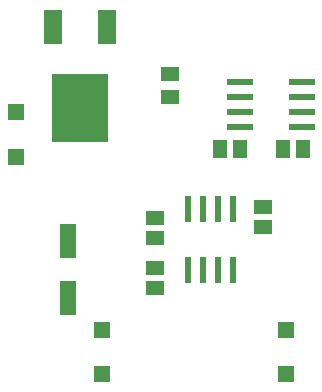
<source format=gtp>
G75*
%MOIN*%
%OFA0B0*%
%FSLAX25Y25*%
%IPPOS*%
%LPD*%
%AMOC8*
5,1,8,0,0,1.08239X$1,22.5*
%
%ADD10R,0.05512X0.11811*%
%ADD11R,0.05512X0.05512*%
%ADD12R,0.06299X0.11811*%
%ADD13R,0.19000X0.22500*%
%ADD14R,0.06299X0.05118*%
%ADD15R,0.02400X0.08700*%
%ADD16R,0.05906X0.05118*%
%ADD17R,0.08661X0.02362*%
%ADD18R,0.05118X0.05906*%
D10*
X0096433Y0057823D03*
X0096433Y0076720D03*
D11*
X0078933Y0104791D03*
X0078933Y0119752D03*
X0107683Y0047252D03*
X0107683Y0032291D03*
X0168933Y0032291D03*
X0168933Y0047252D03*
D12*
X0109159Y0148177D03*
X0091207Y0148177D03*
D13*
X0100183Y0121019D03*
D14*
X0130183Y0124781D03*
X0130183Y0132262D03*
D15*
X0136433Y0087571D03*
X0141433Y0087571D03*
X0146433Y0087571D03*
X0151433Y0087571D03*
X0151433Y0066971D03*
X0146433Y0066971D03*
X0141433Y0066971D03*
X0136433Y0066971D03*
D16*
X0125183Y0067868D03*
X0125183Y0061175D03*
X0125183Y0077675D03*
X0125183Y0084368D03*
X0161433Y0081425D03*
X0161433Y0088118D03*
D17*
X0153697Y0114771D03*
X0153697Y0119771D03*
X0153697Y0124771D03*
X0153697Y0129771D03*
X0174169Y0129771D03*
X0174169Y0124771D03*
X0174169Y0119771D03*
X0174169Y0114771D03*
D18*
X0174530Y0107271D03*
X0167837Y0107271D03*
X0153530Y0107271D03*
X0146837Y0107271D03*
M02*

</source>
